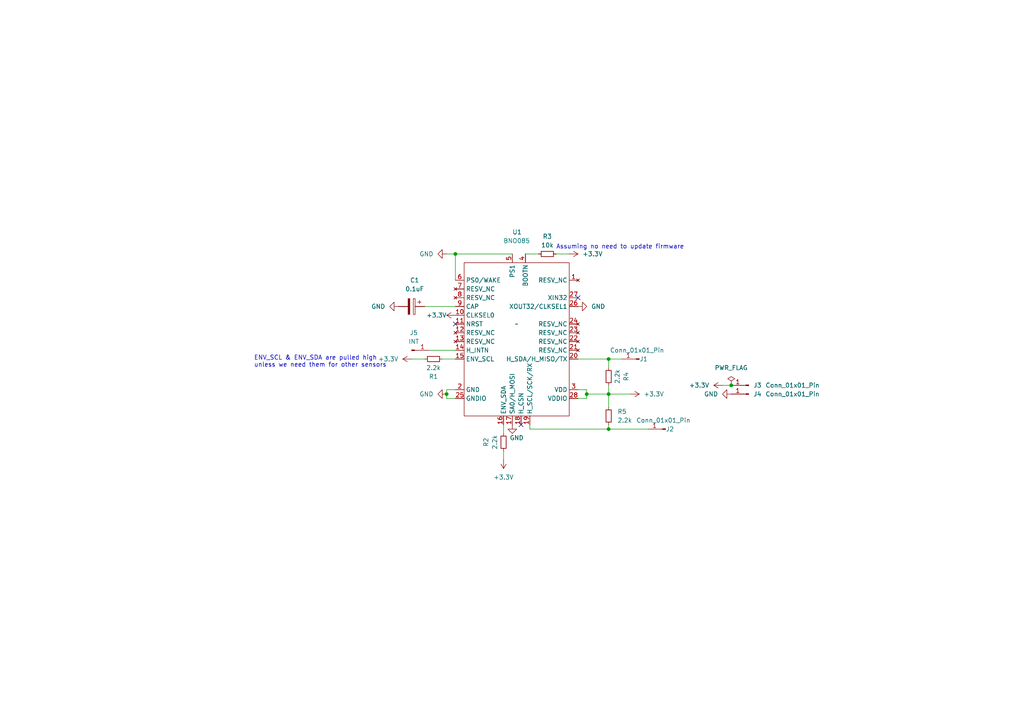
<source format=kicad_sch>
(kicad_sch (version 20230121) (generator eeschema)
  (paper "A4")
  (lib_symbols
    (symbol "BNO08x:BNO085"
      (property "Reference" "U" (at 0 26.67 0))
      (symbol "BNO085_0_1"
        (rectangle (start -15.24 17.78) (end 15.24 -26.67))
      )
      (symbol "BNO085_1_1"
        (text "BNO085" (at 0 24.13 0) (effects (font (size 1.27 1.27))))
        (pin no_connect line (at 17.78 12.7 180) (length 2.54) (name "RESV_NC") (number "1"))
        (pin input line (at -17.78 2.54 0) (length 2.54) (name "CLKSEL0") (number "10"))
        (pin input line (at -17.78 0 0) (length 2.54) (name "NRST") (number "11"))
        (pin no_connect line (at -17.78 -2.54 0) (length 2.54) (name "RESV_NC") (number "12"))
        (pin no_connect line (at -17.78 -5.08 0) (length 2.54) (name "RESV_NC") (number "13"))
        (pin output line (at -17.78 -7.62 0) (length 2.54) (name "H_INTN") (number "14"))
        (pin bidirectional line (at -17.78 -10.16 0) (length 2.54) (name "ENV_SCL") (number "15"))
        (pin bidirectional line (at -3.81 -29.21 90) (length 2.54) (name "ENV_SDA") (number "16"))
        (pin input line (at -1.27 -29.21 90) (length 2.54) (name "SA0/H_MOSI") (number "17"))
        (pin input line (at 1.27 -29.21 90) (length 2.54) (name "H_CSN") (number "18"))
        (pin bidirectional line (at 3.81 -29.21 90) (length 2.54) (name "H_SCL/SCK/RX") (number "19"))
        (pin input line (at -17.78 -19.05 0) (length 2.54) (name "GND") (number "2"))
        (pin bidirectional line (at 17.78 -10.16 180) (length 2.54) (name "H_SDA/H_MISO/TX") (number "20"))
        (pin no_connect line (at 17.78 -7.62 180) (length 2.54) (name "RESV_NC") (number "21"))
        (pin no_connect line (at 17.78 -5.08 180) (length 2.54) (name "RESV_NC") (number "22"))
        (pin no_connect line (at 17.78 -2.54 180) (length 2.54) (name "RESV_NC") (number "23"))
        (pin no_connect line (at 17.78 0 180) (length 2.54) (name "RESV_NC") (number "24"))
        (pin input line (at -17.78 -21.59 0) (length 2.54) (name "GNDIO") (number "25"))
        (pin input line (at 17.78 5.08 180) (length 2.54) (name "XOUT32/CLKSEL1") (number "26"))
        (pin input line (at 17.78 7.62 180) (length 2.54) (name "XIN32") (number "27"))
        (pin power_in line (at 17.78 -21.59 180) (length 2.54) (name "VDDIO") (number "28"))
        (pin power_in line (at 17.78 -19.05 180) (length 2.54) (name "VDD") (number "3"))
        (pin input line (at 2.54 20.32 270) (length 2.54) (name "BOOTN") (number "4"))
        (pin input line (at -1.27 20.32 270) (length 2.54) (name "PS1") (number "5"))
        (pin input line (at -17.78 12.7 0) (length 2.54) (name "PS0/WAKE") (number "6"))
        (pin no_connect line (at -17.78 10.16 0) (length 2.54) (name "RESV_NC") (number "7"))
        (pin no_connect line (at -17.78 7.62 0) (length 2.54) (name "RESV_NC") (number "8"))
        (pin input line (at -17.78 5.08 0) (length 2.54) (name "CAP") (number "9"))
      )
    )
    (symbol "Connector:Conn_01x01_Pin" (pin_names (offset 1.016) hide)
      (property "Reference" "J" (at 0 2.54 0))
      (property "Value" "Conn_01x01_Pin" (at 0 -2.54 0))
      (symbol "Conn_01x01_Pin_1_1"
        (polyline (pts (xy 1.27 0) (xy 0.8636 0)) (stroke (width 0.1524)))
        (rectangle (start 0.8636 0.127) (end 0 -0.127) (stroke (width 0.1524)) (fill (type outline)))
        (pin passive line (at 5.08 0 180) (length 3.81) (name "Pin_1") (number "1"))
      )
    )
    (symbol "Device:C_Polarized" (pin_numbers hide) (pin_names (offset 0.254))
      (property "Reference" "C" (at 0.635 2.54 0))
      (property "Value" "C_Polarized" (at 0.635 -2.54 0))
      (symbol "C_Polarized_0_1"
        (rectangle (start -2.286 0.508) (end 2.286 1.016))
        (polyline (pts (xy -1.778 2.286) (xy -0.762 2.286)))
        (polyline (pts (xy -1.27 2.794) (xy -1.27 1.778)))
        (rectangle (start 2.286 -0.508) (end -2.286 -1.016) (fill (type outline)))
      )
      (symbol "C_Polarized_1_1"
        (pin passive line (at 0 3.81 270) (length 2.794) (name "~") (number "1"))
        (pin passive line (at 0 -3.81 90) (length 2.794) (name "~") (number "2"))
      )
    )
    (symbol "Device:R_Small" (pin_numbers hide) (pin_names (offset 0.254) hide)
      (property "Reference" "R" (at 0.762 0.508 0))
      (property "Value" "R_Small" (at 0.762 -1.016 0))
      (symbol "R_Small_0_1"
        (rectangle (start -0.762 1.778) (end 0.762 -1.778) (stroke (width 0.2032)))
      )
      (symbol "R_Small_1_1"
        (pin passive line (at 0 2.54 270) (length 0.762) (name "~") (number "1"))
        (pin passive line (at 0 -2.54 90) (length 0.762) (name "~") (number "2"))
      )
    )
    (symbol "power:+3.3V" (power) (pin_names (offset 0))
      (property "Value" "+3.3V" (at 0 3.556 0))
      (symbol "+3.3V_0_1"
        (polyline (pts (xy -0.762 1.27) (xy 0 2.54)))
        (polyline (pts (xy 0 0) (xy 0 2.54)))
        (polyline (pts (xy 0 2.54) (xy 0.762 1.27)))
      )
      (symbol "+3.3V_1_1"
        (pin power_in line (at 0 0 90) (length 0) hide (name "+3.3V") (number "1"))
      )
    )
    (symbol "power:GND" (power) (pin_names (offset 0))
      (property "Value" "GND" (at 0 -3.81 0))
      (symbol "GND_0_1"
        (polyline (pts (xy 0 0) (xy 0 -1.27) (xy 1.27 -1.27) (xy 0 -2.54) (xy -1.27 -1.27) (xy 0 -1.27)))
      )
      (symbol "GND_1_1"
        (pin power_in line (at 0 0 270) (length 0) hide (name "GND") (number "1"))
      )
    )
    (symbol "power:PWR_FLAG" (power) (pin_numbers hide) (pin_names (offset 0) hide)
      (property "Value" "PWR_FLAG" (at 0 3.81 0))
      (symbol "PWR_FLAG_0_0"
        (pin power_out line (at 0 0 90) (length 0) (name "pwr") (number "1"))
      )
      (symbol "PWR_FLAG_0_1"
        (polyline (pts (xy 0 0) (xy 0 1.27) (xy -1.016 1.905) (xy 0 2.54) (xy 1.016 1.905) (xy 0 1.27)))
      )
    )
  )
  (junction (at 176.53 124.46))
  (junction (at 170.18 114.3))
  (junction (at 212.09 111.76))
  (junction (at 132.08 73.66))
  (junction (at 176.53 104.14))
  (junction (at 176.53 114.3))
  (junction (at 129.54 114.3))
  (no_connect (at 132.08 93.98))
  (no_connect (at 167.64 86.36))
  (no_connect (at 151.13 123.19))
  (wire (pts (xy 167.64 113.03) (xy 170.18 113.03)))
  (wire (pts (xy 132.08 115.57) (xy 129.54 115.57)))
  (wire (pts (xy 146.05 123.19) (xy 146.05 125.73)))
  (wire (pts (xy 176.53 104.14) (xy 180.34 104.14)))
  (wire (pts (xy 182.88 114.3) (xy 176.53 114.3)))
  (wire (pts (xy 176.53 124.46) (xy 187.96 124.46)))
  (wire (pts (xy 132.08 73.66) (xy 148.59 73.66)))
  (wire (pts (xy 176.53 123.19) (xy 176.53 124.46)))
  (wire (pts (xy 129.54 115.57) (xy 129.54 114.3)))
  (wire (pts (xy 161.29 73.66) (xy 165.1 73.66)))
  (wire (pts (xy 176.53 111.76) (xy 176.53 114.3)))
  (wire (pts (xy 119.38 104.14) (xy 123.19 104.14)))
  (wire (pts (xy 129.54 73.66) (xy 132.08 73.66)))
  (wire (pts (xy 124.46 101.6) (xy 132.08 101.6)))
  (wire (pts (xy 153.67 123.19) (xy 153.67 124.46)))
  (wire (pts (xy 170.18 113.03) (xy 170.18 114.3)))
  (wire (pts (xy 176.53 104.14) (xy 176.53 106.68)))
  (wire (pts (xy 209.55 111.76) (xy 212.09 111.76)))
  (wire (pts (xy 129.54 113.03) (xy 129.54 114.3)))
  (wire (pts (xy 123.19 88.9) (xy 132.08 88.9)))
  (wire (pts (xy 167.64 104.14) (xy 176.53 104.14)))
  (wire (pts (xy 132.08 113.03) (xy 129.54 113.03)))
  (wire (pts (xy 170.18 115.57) (xy 170.18 114.3)))
  (wire (pts (xy 153.67 124.46) (xy 176.53 124.46)))
  (wire (pts (xy 128.27 104.14) (xy 132.08 104.14)))
  (wire (pts (xy 132.08 73.66) (xy 132.08 81.28)))
  (wire (pts (xy 146.05 130.81) (xy 146.05 133.35)))
  (wire (pts (xy 176.53 114.3) (xy 176.53 118.11)))
  (wire (pts (xy 176.53 114.3) (xy 170.18 114.3)))
  (wire (pts (xy 167.64 115.57) (xy 170.18 115.57)))
  (wire (pts (xy 152.4 73.66) (xy 156.21 73.66)))
  (text "Assuming no need to update firmware" (at 161.29 72.39 0) (effects (font (size 1.27 1.27)) (justify left bottom)))
  (text "ENV_SCL & ENV_SDA are pulled high \nunless we need them for other sensors" (at 73.66 106.68 0) (effects (font (size 1.27 1.27)) (justify left bottom)))
  (symbol (lib_id "Device:C_Polarized") (at 119.38 88.9 270) (unit 1)
    (property "Reference" "C1" (at 120.269 81.28 90))
    (property "Value" "0.1uF" (at 120.269 83.82 90))
    (property "Footprint" "Capacitor_SMD:C_0402_1005Metric" (effects hide))
  )
  (symbol (lib_id "power:PWR_FLAG") (at 212.09 111.76 0) (unit 1)
    (property "Reference" "#FLG01" (effects hide))
    (property "Value" "PWR_FLAG" (at 212.09 106.68 0))
  )
  (symbol (lib_id "Connector:Conn_01x01_Pin") (at 185.42 104.14 180) (unit 1)
    (property "Reference" "J1" (at 186.69 104.14 0))
    (property "Value" "Conn_01x01_Pin" (at 184.785 101.6 0))
    (property "Footprint" "Connector_PinHeader_1.00mm:PinHeader_1x01_P1.00mm_Vertical" (effects hide))
  )
  (symbol (lib_id "power:GND") (at 129.54 114.3 270) (unit 1)
    (property "Reference" "#PWR04" (effects hide))
    (property "Value" "GND" (at 125.73 114.3 90) (effects (justify right)))
  )
  (symbol (lib_id "Device:R_Small") (at 158.75 73.66 90) (unit 1)
    (property "Reference" "R3" (at 158.75 68.58 90))
    (property "Value" "10k" (at 158.75 71.12 90))
    (property "Footprint" "Resistor_SMD:R_0402_1005Metric" (effects hide))
  )
  (symbol (lib_id "Device:R_Small") (at 125.73 104.14 90) (unit 1)
    (property "Reference" "R1" (at 125.73 109.22 90))
    (property "Value" "2.2k" (at 125.73 106.68 90))
    (property "Footprint" "Resistor_SMD:R_0402_1005Metric" (effects hide))
  )
  (symbol (lib_id "power:GND") (at 148.59 123.19 0) (unit 1)
    (property "Reference" "#PWR07" (effects hide))
    (property "Value" "GND" (at 149.86 127 0))
  )
  (symbol (lib_id "Connector:Conn_01x01_Pin") (at 193.04 124.46 180) (unit 1)
    (property "Reference" "J2" (at 194.31 124.46 0))
    (property "Value" "Conn_01x01_Pin" (at 192.405 121.92 0))
    (property "Footprint" "Connector_PinHeader_1.00mm:PinHeader_1x01_P1.00mm_Vertical" (effects hide))
  )
  (symbol (lib_id "power:+3.3V") (at 146.05 133.35 180) (unit 1)
    (property "Reference" "#PWR06" (effects hide))
    (property "Value" "+3.3V" (at 146.05 138.43 0))
  )
  (symbol (lib_id "power:GND") (at 212.09 114.3 270) (unit 1)
    (property "Reference" "#PWR012" (effects hide))
    (property "Value" "GND" (at 208.28 114.3 90) (effects (justify right)))
  )
  (symbol (lib_id "Device:R_Small") (at 176.53 120.65 0) (unit 1)
    (property "Reference" "R5" (at 179.07 119.38 0) (effects (justify left)))
    (property "Value" "2.2k" (at 179.07 121.92 0) (effects (justify left)))
    (property "Footprint" "Resistor_SMD:R_0402_1005Metric" (effects hide))
  )
  (symbol (lib_id "BNO08x:BNO085") (at 149.86 93.98 0) (unit 1)
    (property "Reference" "U1" (at 148.59 67.31 0) (effects (justify left)))
    (property "Value" "~" (at 149.86 93.98 0))
    (property "Footprint" "Package_LGA:LGA-28_5.2x3.8mm_P0.5mm" (effects hide))
  )
  (symbol (lib_id "power:GND") (at 167.64 88.9 90) (unit 1)
    (property "Reference" "#PWR09" (effects hide))
    (property "Value" "GND" (at 171.45 88.9 90) (effects (justify right)))
  )
  (symbol (lib_id "Device:R_Small") (at 176.53 109.22 0) (unit 1)
    (property "Reference" "R4" (at 181.61 109.22 90))
    (property "Value" "2.2k" (at 179.07 109.22 90))
    (property "Footprint" "Resistor_SMD:R_0402_1005Metric" (effects hide))
  )
  (symbol (lib_id "power:+3.3V") (at 119.38 104.14 90) (unit 1)
    (property "Reference" "#PWR02" (effects hide))
    (property "Value" "+3.3V" (at 115.57 104.14 90) (effects (justify left)))
  )
  (symbol (lib_id "Connector:Conn_01x01_Pin") (at 217.17 114.3 180) (unit 1)
    (property "Reference" "J4" (at 219.71 114.3 0))
    (property "Value" "Conn_01x01_Pin" (at 229.87 114.3 0))
    (property "Footprint" "Connector_PinHeader_1.00mm:PinHeader_1x01_P1.00mm_Vertical" (effects hide))
  )
  (symbol (lib_id "power:+3.3V") (at 165.1 73.66 270) (unit 1)
    (property "Reference" "#PWR08" (effects hide))
    (property "Value" "+3.3V" (at 168.91 73.66 90) (effects (justify left)))
  )
  (symbol (lib_id "power:+3.3V") (at 182.88 114.3 270) (unit 1)
    (property "Reference" "#PWR010" (effects hide))
    (property "Value" "+3.3V" (at 186.69 114.3 90) (effects (justify left)))
  )
  (symbol (lib_id "Connector:Conn_01x01_Pin") (at 119.38 101.6 0) (unit 1)
    (property "Reference" "J5" (at 120.015 96.52 0))
    (property "Value" "INT" (at 120.015 99.06 0))
    (property "Footprint" "TestPoint:TestPoint_Pad_D1.0mm" (effects hide))
  )
  (symbol (lib_id "power:+3.3V") (at 132.08 91.44 90) (unit 1)
    (property "Reference" "#PWR05" (effects hide))
    (property "Value" "+3.3V" (at 129.54 91.44 90) (effects (justify left)))
  )
  (symbol (lib_id "power:+3.3V") (at 209.55 111.76 90) (unit 1)
    (property "Reference" "#PWR011" (effects hide))
    (property "Value" "+3.3V" (at 205.74 111.76 90) (effects (justify left)))
  )
  (symbol (lib_id "power:GND") (at 115.57 88.9 270) (unit 1)
    (property "Reference" "#PWR01" (effects hide))
    (property "Value" "GND" (at 111.76 88.9 90) (effects (justify right)))
  )
  (symbol (lib_id "Device:R_Small") (at 146.05 128.27 0) (unit 1)
    (property "Reference" "R2" (at 140.97 128.27 90))
    (property "Value" "2.2k" (at 143.51 128.27 90))
    (property "Footprint" "Resistor_SMD:R_0402_1005Metric" (effects hide))
  )
  (symbol (lib_id "Connector:Conn_01x01_Pin") (at 217.17 111.76 180) (unit 1)
    (property "Reference" "J3" (at 219.71 111.76 0))
    (property "Value" "Conn_01x01_Pin" (at 229.87 111.76 0))
    (property "Footprint" "Connector_PinHeader_1.00mm:PinHeader_1x01_P1.00mm_Vertical" (effects hide))
  )
  (symbol (lib_id "power:GND") (at 129.54 73.66 270) (unit 1)
    (property "Reference" "#PWR03" (effects hide))
    (property "Value" "GND" (at 125.73 73.66 90) (effects (justify right)))
  )
)
</source>
